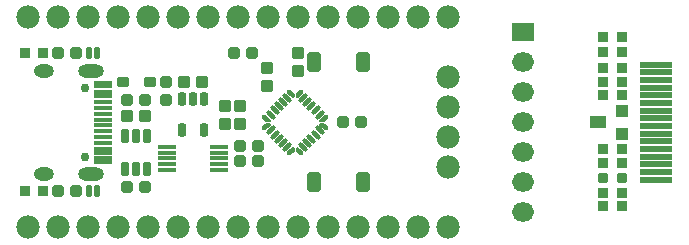
<source format=gts>
G04*
G04 #@! TF.GenerationSoftware,Altium Limited,Altium Designer,19.1.5 (86)*
G04*
G04 Layer_Color=8388736*
%FSLAX25Y25*%
%MOIN*%
G70*
G01*
G75*
%ADD40R,0.03400X0.03600*%
G04:AMPARAMS|DCode=41|XSize=34mil|YSize=36mil|CornerRadius=9.5mil|HoleSize=0mil|Usage=FLASHONLY|Rotation=0.000|XOffset=0mil|YOffset=0mil|HoleType=Round|Shape=RoundedRectangle|*
%AMROUNDEDRECTD41*
21,1,0.03400,0.01700,0,0,0.0*
21,1,0.01500,0.03600,0,0,0.0*
1,1,0.01900,0.00750,-0.00850*
1,1,0.01900,-0.00750,-0.00850*
1,1,0.01900,-0.00750,0.00850*
1,1,0.01900,0.00750,0.00850*
%
%ADD41ROUNDEDRECTD41*%
%ADD42R,0.05400X0.04000*%
%ADD43R,0.04000X0.04000*%
%ADD44R,0.10800X0.02060*%
G04:AMPARAMS|DCode=45|XSize=16mil|YSize=26mil|CornerRadius=5mil|HoleSize=0mil|Usage=FLASHONLY|Rotation=135.000|XOffset=0mil|YOffset=0mil|HoleType=Round|Shape=RoundedRectangle|*
%AMROUNDEDRECTD45*
21,1,0.01600,0.01600,0,0,135.0*
21,1,0.00600,0.02600,0,0,135.0*
1,1,0.01000,0.00354,0.00778*
1,1,0.01000,0.00778,0.00354*
1,1,0.01000,-0.00354,-0.00778*
1,1,0.01000,-0.00778,-0.00354*
%
%ADD45ROUNDEDRECTD45*%
G04:AMPARAMS|DCode=46|XSize=16mil|YSize=36mil|CornerRadius=5mil|HoleSize=0mil|Usage=FLASHONLY|Rotation=135.000|XOffset=0mil|YOffset=0mil|HoleType=Round|Shape=RoundedRectangle|*
%AMROUNDEDRECTD46*
21,1,0.01600,0.02600,0,0,135.0*
21,1,0.00600,0.03600,0,0,135.0*
1,1,0.01000,0.00707,0.01131*
1,1,0.01000,0.01131,0.00707*
1,1,0.01000,-0.00707,-0.01131*
1,1,0.01000,-0.01131,-0.00707*
%
%ADD46ROUNDEDRECTD46*%
G04:AMPARAMS|DCode=47|XSize=16mil|YSize=26mil|CornerRadius=5mil|HoleSize=0mil|Usage=FLASHONLY|Rotation=225.000|XOffset=0mil|YOffset=0mil|HoleType=Round|Shape=RoundedRectangle|*
%AMROUNDEDRECTD47*
21,1,0.01600,0.01600,0,0,225.0*
21,1,0.00600,0.02600,0,0,225.0*
1,1,0.01000,-0.00778,0.00354*
1,1,0.01000,-0.00354,0.00778*
1,1,0.01000,0.00778,-0.00354*
1,1,0.01000,0.00354,-0.00778*
%
%ADD47ROUNDEDRECTD47*%
G04:AMPARAMS|DCode=48|XSize=16mil|YSize=36mil|CornerRadius=5mil|HoleSize=0mil|Usage=FLASHONLY|Rotation=225.000|XOffset=0mil|YOffset=0mil|HoleType=Round|Shape=RoundedRectangle|*
%AMROUNDEDRECTD48*
21,1,0.01600,0.02600,0,0,225.0*
21,1,0.00600,0.03600,0,0,225.0*
1,1,0.01000,-0.01131,0.00707*
1,1,0.01000,-0.00707,0.01131*
1,1,0.01000,0.01131,-0.00707*
1,1,0.01000,0.00707,-0.01131*
%
%ADD48ROUNDEDRECTD48*%
G04:AMPARAMS|DCode=49|XSize=35.5mil|YSize=35.5mil|CornerRadius=5.15mil|HoleSize=0mil|Usage=FLASHONLY|Rotation=180.000|XOffset=0mil|YOffset=0mil|HoleType=Round|Shape=RoundedRectangle|*
%AMROUNDEDRECTD49*
21,1,0.03550,0.02520,0,0,180.0*
21,1,0.02520,0.03550,0,0,180.0*
1,1,0.01030,-0.01260,0.01260*
1,1,0.01030,0.01260,0.01260*
1,1,0.01030,0.01260,-0.01260*
1,1,0.01030,-0.01260,-0.01260*
%
%ADD49ROUNDEDRECTD49*%
G04:AMPARAMS|DCode=50|XSize=39mil|YSize=39mil|CornerRadius=6.38mil|HoleSize=0mil|Usage=FLASHONLY|Rotation=180.000|XOffset=0mil|YOffset=0mil|HoleType=Round|Shape=RoundedRectangle|*
%AMROUNDEDRECTD50*
21,1,0.03900,0.02625,0,0,180.0*
21,1,0.02625,0.03900,0,0,180.0*
1,1,0.01275,-0.01313,0.01313*
1,1,0.01275,0.01313,0.01313*
1,1,0.01275,0.01313,-0.01313*
1,1,0.01275,-0.01313,-0.01313*
%
%ADD50ROUNDEDRECTD50*%
G04:AMPARAMS|DCode=51|XSize=20mil|YSize=39mil|CornerRadius=4.4mil|HoleSize=0mil|Usage=FLASHONLY|Rotation=0.000|XOffset=0mil|YOffset=0mil|HoleType=Round|Shape=RoundedRectangle|*
%AMROUNDEDRECTD51*
21,1,0.02000,0.03020,0,0,0.0*
21,1,0.01120,0.03900,0,0,0.0*
1,1,0.00880,0.00560,-0.01510*
1,1,0.00880,-0.00560,-0.01510*
1,1,0.00880,-0.00560,0.01510*
1,1,0.00880,0.00560,0.01510*
%
%ADD51ROUNDEDRECTD51*%
G04:AMPARAMS|DCode=52|XSize=39.43mil|YSize=35.5mil|CornerRadius=5.94mil|HoleSize=0mil|Usage=FLASHONLY|Rotation=180.000|XOffset=0mil|YOffset=0mil|HoleType=Round|Shape=RoundedRectangle|*
%AMROUNDEDRECTD52*
21,1,0.03943,0.02362,0,0,180.0*
21,1,0.02756,0.03550,0,0,180.0*
1,1,0.01187,-0.01378,0.01181*
1,1,0.01187,0.01378,0.01181*
1,1,0.01187,0.01378,-0.01181*
1,1,0.01187,-0.01378,-0.01181*
%
%ADD52ROUNDEDRECTD52*%
G04:AMPARAMS|DCode=53|XSize=39mil|YSize=39mil|CornerRadius=5.5mil|HoleSize=0mil|Usage=FLASHONLY|Rotation=270.000|XOffset=0mil|YOffset=0mil|HoleType=Round|Shape=RoundedRectangle|*
%AMROUNDEDRECTD53*
21,1,0.03900,0.02800,0,0,270.0*
21,1,0.02800,0.03900,0,0,270.0*
1,1,0.01100,-0.01400,-0.01400*
1,1,0.01100,-0.01400,0.01400*
1,1,0.01100,0.01400,0.01400*
1,1,0.01100,0.01400,-0.01400*
%
%ADD53ROUNDEDRECTD53*%
G04:AMPARAMS|DCode=54|XSize=39mil|YSize=39mil|CornerRadius=5.5mil|HoleSize=0mil|Usage=FLASHONLY|Rotation=180.000|XOffset=0mil|YOffset=0mil|HoleType=Round|Shape=RoundedRectangle|*
%AMROUNDEDRECTD54*
21,1,0.03900,0.02800,0,0,180.0*
21,1,0.02800,0.03900,0,0,180.0*
1,1,0.01100,-0.01400,0.01400*
1,1,0.01100,0.01400,0.01400*
1,1,0.01100,0.01400,-0.01400*
1,1,0.01100,-0.01400,-0.01400*
%
%ADD54ROUNDEDRECTD54*%
G04:AMPARAMS|DCode=55|XSize=63.06mil|YSize=15.81mil|CornerRadius=4.95mil|HoleSize=0mil|Usage=FLASHONLY|Rotation=0.000|XOffset=0mil|YOffset=0mil|HoleType=Round|Shape=RoundedRectangle|*
%AMROUNDEDRECTD55*
21,1,0.06306,0.00591,0,0,0.0*
21,1,0.05315,0.01581,0,0,0.0*
1,1,0.00991,0.02657,-0.00295*
1,1,0.00991,-0.02657,-0.00295*
1,1,0.00991,-0.02657,0.00295*
1,1,0.00991,0.02657,0.00295*
%
%ADD55ROUNDEDRECTD55*%
G04:AMPARAMS|DCode=56|XSize=39mil|YSize=39mil|CornerRadius=6.38mil|HoleSize=0mil|Usage=FLASHONLY|Rotation=270.000|XOffset=0mil|YOffset=0mil|HoleType=Round|Shape=RoundedRectangle|*
%AMROUNDEDRECTD56*
21,1,0.03900,0.02625,0,0,270.0*
21,1,0.02625,0.03900,0,0,270.0*
1,1,0.01275,-0.01313,-0.01313*
1,1,0.01275,-0.01313,0.01313*
1,1,0.01275,0.01313,0.01313*
1,1,0.01275,0.01313,-0.01313*
%
%ADD56ROUNDEDRECTD56*%
%ADD57O,0.06109X0.01581*%
G04:AMPARAMS|DCode=58|XSize=27.62mil|YSize=47.31mil|CornerRadius=7.91mil|HoleSize=0mil|Usage=FLASHONLY|Rotation=0.000|XOffset=0mil|YOffset=0mil|HoleType=Round|Shape=RoundedRectangle|*
%AMROUNDEDRECTD58*
21,1,0.02762,0.03150,0,0,0.0*
21,1,0.01181,0.04731,0,0,0.0*
1,1,0.01581,0.00591,-0.01575*
1,1,0.01581,-0.00591,-0.01575*
1,1,0.01581,-0.00591,0.01575*
1,1,0.01581,0.00591,0.01575*
%
%ADD58ROUNDEDRECTD58*%
G04:AMPARAMS|DCode=59|XSize=66.99mil|YSize=43.37mil|CornerRadius=5.94mil|HoleSize=0mil|Usage=FLASHONLY|Rotation=270.000|XOffset=0mil|YOffset=0mil|HoleType=Round|Shape=RoundedRectangle|*
%AMROUNDEDRECTD59*
21,1,0.06699,0.03150,0,0,270.0*
21,1,0.05512,0.04337,0,0,270.0*
1,1,0.01187,-0.01575,-0.02756*
1,1,0.01187,-0.01575,0.02756*
1,1,0.01187,0.01575,0.02756*
1,1,0.01187,0.01575,-0.02756*
%
%ADD59ROUNDEDRECTD59*%
G04:AMPARAMS|DCode=60|XSize=27.62mil|YSize=43.37mil|CornerRadius=7.91mil|HoleSize=0mil|Usage=FLASHONLY|Rotation=0.000|XOffset=0mil|YOffset=0mil|HoleType=Round|Shape=RoundedRectangle|*
%AMROUNDEDRECTD60*
21,1,0.02762,0.02756,0,0,0.0*
21,1,0.01181,0.04337,0,0,0.0*
1,1,0.01581,0.00591,-0.01378*
1,1,0.01581,-0.00591,-0.01378*
1,1,0.01581,-0.00591,0.01378*
1,1,0.01581,0.00591,0.01378*
%
%ADD60ROUNDEDRECTD60*%
%ADD61O,0.07400X0.06400*%
%ADD62R,0.07400X0.06400*%
%ADD63C,0.07800*%
%ADD64C,0.02959*%
%ADD65O,0.06699X0.04337*%
%ADD66O,0.08668X0.04337*%
G36*
X115550Y-177D02*
X114348D01*
X113888Y-636D01*
X115020Y-1768D01*
X115939Y-848D01*
X115967Y-820D01*
X115998Y-747D01*
Y-667D01*
X115967Y-594D01*
X115939Y-566D01*
D01*
X115550Y-177D01*
D02*
G37*
G36*
X123823Y-8450D02*
Y-9652D01*
X123364Y-10112D01*
X122232Y-8980D01*
X123152Y-8061D01*
X123180Y-8033D01*
X123253Y-8002D01*
X123333D01*
X123406Y-8033D01*
X123434Y-8061D01*
D01*
X123823Y-8450D01*
D02*
G37*
G36*
X115550Y177D02*
X114348D01*
X113888Y636D01*
X115020Y1768D01*
X115939Y848D01*
X115967Y820D01*
X115998Y747D01*
Y667D01*
X115967Y594D01*
X115939Y566D01*
Y566D01*
X115550Y177D01*
D02*
G37*
G36*
X123823Y8450D02*
Y9652D01*
X123364Y10112D01*
X122232Y8980D01*
X123152Y8061D01*
X123180Y8033D01*
X123253Y8002D01*
X123333D01*
X123406Y8033D01*
X123434Y8061D01*
Y8061D01*
X123823Y8450D01*
D02*
G37*
G36*
X124177Y-8450D02*
Y-9652D01*
X124636Y-10112D01*
X125768Y-8980D01*
X124848Y-8061D01*
X124820Y-8033D01*
X124747Y-8002D01*
X124667D01*
X124594Y-8033D01*
X124566Y-8061D01*
X124566D01*
X124177Y-8450D01*
D02*
G37*
G36*
X132450Y-177D02*
X133652D01*
X134112Y-636D01*
X132980Y-1768D01*
X132061Y-848D01*
X132033Y-820D01*
X132002Y-747D01*
Y-667D01*
X132033Y-594D01*
X132061Y-566D01*
X132061D01*
X132450Y-177D01*
D02*
G37*
G36*
X124177Y8450D02*
Y9652D01*
X124636Y10112D01*
X125768Y8980D01*
X124848Y8061D01*
X124820Y8033D01*
X124747Y8002D01*
X124667D01*
X124594Y8033D01*
X124566Y8061D01*
X124566Y8061D01*
X124177Y8450D01*
D02*
G37*
G36*
X132450Y177D02*
X133652D01*
X134112Y636D01*
X132980Y1768D01*
X132061Y848D01*
X132033Y820D01*
X132002Y747D01*
Y667D01*
X132033Y594D01*
X132061Y566D01*
X132061Y566D01*
X132450Y177D01*
D02*
G37*
D40*
X226698Y28559D02*
D03*
X232898D02*
D03*
X226698Y23390D02*
D03*
X232898Y23390D02*
D03*
X226698Y18290D02*
D03*
X232898D02*
D03*
Y-23510D02*
D03*
X226698Y-23510D02*
D03*
X232898Y-28010D02*
D03*
X226698Y-28010D02*
D03*
Y-13410D02*
D03*
X232898Y-13410D02*
D03*
X226698Y-8910D02*
D03*
X232898D02*
D03*
X232898Y9090D02*
D03*
X226698Y9090D02*
D03*
X232898Y13590D02*
D03*
X226698D02*
D03*
D41*
X232950Y-18500D02*
D03*
X226650D02*
D03*
D42*
X225100Y100D02*
D03*
D43*
X233100Y3800D02*
D03*
Y-3700D02*
D03*
D44*
X244423Y19261D02*
D03*
X244423Y16702D02*
D03*
X244423Y14143D02*
D03*
Y11584D02*
D03*
Y9025D02*
D03*
Y6466D02*
D03*
Y3907D02*
D03*
Y1348D02*
D03*
Y-1211D02*
D03*
X244423Y-3771D02*
D03*
X244423Y-6330D02*
D03*
Y-8889D02*
D03*
Y-11448D02*
D03*
Y-14007D02*
D03*
Y-16566D02*
D03*
Y-19125D02*
D03*
D45*
X125587Y9939D02*
D03*
X133939Y1587D02*
D03*
X122413Y-9939D02*
D03*
X114061Y-1587D02*
D03*
D46*
X126626Y8193D02*
D03*
X128017Y6801D02*
D03*
X129409Y5409D02*
D03*
X130801Y4017D02*
D03*
X132193Y2626D02*
D03*
X121374Y-8193D02*
D03*
X119983Y-6801D02*
D03*
X118591Y-5409D02*
D03*
X117199Y-4017D02*
D03*
X115807Y-2626D02*
D03*
D47*
X133939Y-1587D02*
D03*
X125587Y-9939D02*
D03*
X114061Y1587D02*
D03*
X122413Y9939D02*
D03*
D48*
X132193Y-2626D02*
D03*
X130801Y-4017D02*
D03*
X129409Y-5409D02*
D03*
X128017Y-6801D02*
D03*
X126626Y-8193D02*
D03*
X115807Y2626D02*
D03*
X117199Y4017D02*
D03*
X118591Y5409D02*
D03*
X119983Y6801D02*
D03*
X121374Y8193D02*
D03*
D49*
X40000Y-23000D02*
D03*
X34000D02*
D03*
Y23000D02*
D03*
X40000D02*
D03*
D50*
X51000Y-23000D02*
D03*
X45000D02*
D03*
X51000Y23000D02*
D03*
X45000D02*
D03*
X74000Y7500D02*
D03*
X68000D02*
D03*
X68000Y-21500D02*
D03*
X74000D02*
D03*
X105500Y-13000D02*
D03*
X111500D02*
D03*
X105500Y-8000D02*
D03*
X111500D02*
D03*
X109500Y23000D02*
D03*
X103500D02*
D03*
X140000Y0D02*
D03*
X146000D02*
D03*
D51*
X57800Y-23000D02*
D03*
X55200D02*
D03*
X57800Y23000D02*
D03*
X55200D02*
D03*
D52*
X75528Y13500D02*
D03*
X66472D02*
D03*
D53*
X100500Y5500D02*
D03*
Y-500D02*
D03*
X125000Y23000D02*
D03*
Y17000D02*
D03*
X114500Y12000D02*
D03*
Y18000D02*
D03*
X105500Y5500D02*
D03*
Y-500D02*
D03*
D54*
X93000Y13500D02*
D03*
X87000D02*
D03*
X68000Y2000D02*
D03*
X74000D02*
D03*
D55*
X60079Y-13189D02*
D03*
Y-12008D02*
D03*
Y-10039D02*
D03*
Y-8858D02*
D03*
Y-6890D02*
D03*
Y-4921D02*
D03*
Y-2953D02*
D03*
Y-984D02*
D03*
Y984D02*
D03*
Y2953D02*
D03*
Y4921D02*
D03*
Y6890D02*
D03*
Y8858D02*
D03*
Y10039D02*
D03*
Y12008D02*
D03*
Y13189D02*
D03*
D56*
X81000Y13500D02*
D03*
Y7500D02*
D03*
D57*
X81339Y-8063D02*
D03*
Y-10031D02*
D03*
Y-12000D02*
D03*
Y-13969D02*
D03*
Y-15937D02*
D03*
X98661Y-8063D02*
D03*
Y-10031D02*
D03*
Y-12000D02*
D03*
Y-13969D02*
D03*
Y-15937D02*
D03*
D58*
X74740Y-15512D02*
D03*
X71000D02*
D03*
X74740Y-4488D02*
D03*
X71000D02*
D03*
X67260D02*
D03*
Y-15512D02*
D03*
D59*
X146768Y-20000D02*
D03*
X130232D02*
D03*
Y20000D02*
D03*
X146768D02*
D03*
D60*
X93740Y7658D02*
D03*
X90000D02*
D03*
X86260D02*
D03*
Y-2657D02*
D03*
X93740D02*
D03*
D61*
X200000Y-20000D02*
D03*
Y20000D02*
D03*
Y10000D02*
D03*
Y0D02*
D03*
Y-10000D02*
D03*
Y-30000D02*
D03*
D62*
Y30000D02*
D03*
D63*
X35000Y35000D02*
D03*
X45000D02*
D03*
X55000D02*
D03*
X65000D02*
D03*
X75000D02*
D03*
X85000D02*
D03*
X95000D02*
D03*
X105000D02*
D03*
X115000D02*
D03*
X125000D02*
D03*
X135000D02*
D03*
X145000D02*
D03*
X155000D02*
D03*
X165000D02*
D03*
X175000D02*
D03*
X35000Y-35000D02*
D03*
X45000D02*
D03*
X55000D02*
D03*
X65000D02*
D03*
X75000D02*
D03*
X85000D02*
D03*
X95000D02*
D03*
X105000D02*
D03*
X115000D02*
D03*
X125000D02*
D03*
X135000D02*
D03*
X145000D02*
D03*
X155000D02*
D03*
X165000D02*
D03*
X175000D02*
D03*
Y15000D02*
D03*
Y5000D02*
D03*
Y-5000D02*
D03*
Y-15000D02*
D03*
D64*
X54016Y11378D02*
D03*
Y-11378D02*
D03*
D65*
X40236Y17028D02*
D03*
Y-17028D02*
D03*
D66*
X55984D02*
D03*
Y17028D02*
D03*
M02*

</source>
